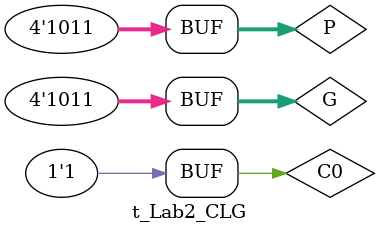
<source format=v>
module t_Lab2_CLG;
wire [3:0] C1;
wire [3:0] C2;
wire [3:0] C3;
reg [3:0] P,G;
reg C0;
Lab2_CLG_gate m1(C1,P,G,C0);
Lab2_CLG_dataflow m2(C2,P,G,C0);
Lab2_CLG_behavior m3(C3,P,G,C0);
initial
begin
P=4'b1101;G=4'b0101;C0=1'b0;
#50 P=4'b1100;G=4'b1000;C0=1'b1;
#50 P=4'b0101;G=4'b1101;C0=1'b0;
#50 P=4'b1000;G=4'b1100;C0=1'b1;
#50 P=4'b0101;G=4'b0101;C0=1'b0;
#50 P=4'b1011;G=4'b1011;C0=1'b1;
end
endmodule


</source>
